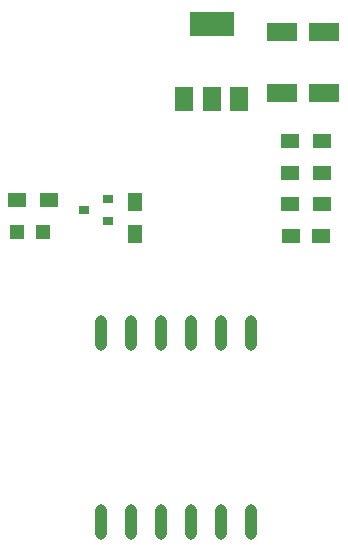
<source format=gbr>
G04 #@! TF.FileFunction,Paste,Top*
%FSLAX46Y46*%
G04 Gerber Fmt 4.6, Leading zero omitted, Abs format (unit mm)*
G04 Created by KiCad (PCBNEW 4.0.6) date 09/07/17 10:38:29*
%MOMM*%
%LPD*%
G01*
G04 APERTURE LIST*
%ADD10C,0.100000*%
%ADD11R,1.200000X1.200000*%
%ADD12O,1.000000X3.000000*%
%ADD13R,2.600000X1.600000*%
%ADD14R,1.500000X1.250000*%
%ADD15R,0.900000X0.800000*%
%ADD16R,1.300000X1.500000*%
%ADD17R,1.500000X1.300000*%
%ADD18R,3.800000X2.000000*%
%ADD19R,1.500000X2.000000*%
G04 APERTURE END LIST*
D10*
D11*
X133815000Y-76517500D03*
X131615000Y-76517500D03*
D12*
X151384000Y-85090000D03*
X148844000Y-85090000D03*
X146304000Y-85090000D03*
X143764000Y-85090000D03*
X141224000Y-85090000D03*
X138684000Y-85090000D03*
X138684000Y-101090000D03*
X141224000Y-101090000D03*
X143764000Y-101090000D03*
X146304000Y-101090000D03*
X148844000Y-101090000D03*
X151384000Y-101090000D03*
D13*
X154029000Y-64770000D03*
X157629000Y-64770000D03*
X154029000Y-59563000D03*
X157629000Y-59563000D03*
D14*
X154833000Y-76835000D03*
X157333000Y-76835000D03*
D15*
X139303000Y-75626000D03*
X139303000Y-73726000D03*
X137303000Y-74676000D03*
D16*
X141605000Y-74024500D03*
X141605000Y-76724500D03*
D17*
X157433000Y-68834000D03*
X154733000Y-68834000D03*
X157433000Y-74168000D03*
X154733000Y-74168000D03*
X157433000Y-71501000D03*
X154733000Y-71501000D03*
D18*
X148082000Y-58953000D03*
D19*
X148082000Y-65253000D03*
X150382000Y-65253000D03*
X145782000Y-65253000D03*
D17*
X134319000Y-73850500D03*
X131619000Y-73850500D03*
M02*

</source>
